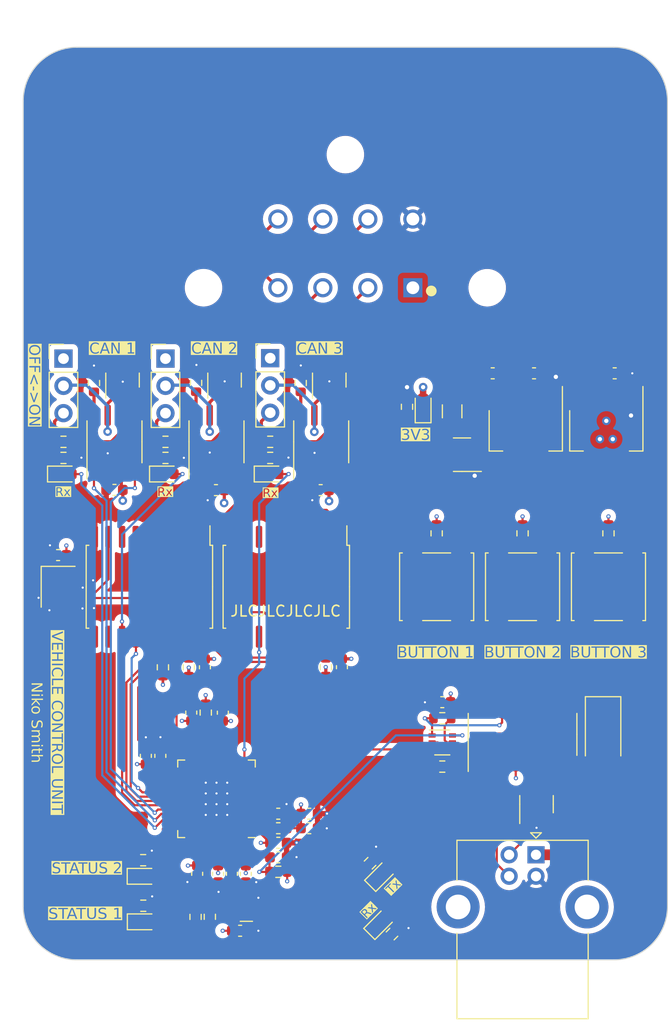
<source format=kicad_pcb>
(kicad_pcb (version 20221018) (generator pcbnew)
  (layers (0 "F.Cu" signal) (1 "In1.Cu" signal) (2 "In2.Cu" signal) (31 "B.Cu" signal) (34 "B.Paste" user) (35 "F.Paste" user) (36 "B.SilkS" user "B.Silkscreen") (37 "F.SilkS" user "F.Silkscreen") (38 "B.Mask" user) (39 "F.Mask" user) (44 "Edge.Cuts" user))
  (net 0 "")
  (net 1 "EN")
  (net 2 "GND")
  (net 3 "+3V3")
  (net 4 "+5V")
  (net 5 "Net-(Q2-S)")
  (net 6 "Net-(D1-A)")
  (net 7 "Net-(D2-K)")
  (net 8 "STATUS1_LED")
  (net 9 "CAN1-")
  (net 10 "CAN1+")
  (net 11 "CAN2-")
  (net 12 "CAN2+")
  (net 13 "CAN3-")
  (net 14 "CAN3+")
  (net 15 "Net-(D6-K)")
  (net 16 "CAN2_SPI_INT")
  (net 17 "Net-(D7-K)")
  (net 18 "CAN3_SPI_INT")
  (net 19 "Net-(D8-K)")
  (net 20 "CAN1_INT")
  (net 21 "Net-(D9-K)")
  (net 22 "STATUS2_LED")
  (net 23 "GLV+")
  (net 24 "Net-(Q2-D)")
  (net 25 "D-")
  (net 26 "D+")
  (net 28 "Net-(JP1-B)")
  (net 29 "Net-(JP2-B)")
  (net 30 "Net-(JP3-B)")
  (net 31 "RTS")
  (net 32 "Net-(Q1A-B1)")
  (net 33 "IO0")
  (net 34 "DTR")
  (net 35 "Net-(Q1B-B2)")
  (net 36 "Net-(U4-Rs)")
  (net 37 "Net-(U5-Rs)")
  (net 38 "Net-(U6-~{RESET})")
  (net 39 "Net-(U7-Rs)")
  (net 40 "Net-(U8-~{RESET})")
  (net 41 "Button 1")
  (net 42 "Button 2")
  (net 43 "Button 3")
  (net 44 "D- Out")
  (net 45 "D+ Out")
  (net 46 "MISO")
  (net 47 "MOSI")
  (net 48 "SCLK")
  (net 49 "CAN1_TX")
  (net 50 "CAN3_CS")
  (net 51 "CAN1_RX")
  (net 52 "CAN2_CS")
  (net 53 "TxD")
  (net 54 "RxD")
  (net 63 "CAN2_TX")
  (net 64 "CAN2_RX")
  (net 66 "CAN3_TX")
  (net 67 "CAN3_RX")
  (net 83 "VDD3P3")
  (net 85 "Net-(D10-K)")
  (net 89 "Net-(X1-OUT)")
  (net 90 "Net-(U2-XTAL_P)")
  (net 91 "Net-(D11-K)")
  (net 92 "Net-(D12-K)")
  (net 93 "Net-(U2-GPIO18{slash}ADC2_CH7{slash}DAC_2)")
  (net 94 "Net-(U2-U0TXD{slash}GPIO43)")
  (net 95 "Net-(U2-U0RXD{slash}GPIO44)")
  (net 118 "CAN_OSC_OUT")
  (footprint "Capacitor_SMD:C_0603_1608Metric" (layer "F.Cu") (at 175.08 85.37)
    (fp_text reference "C12" hide)
    (fp_text value "22u")
  )
  (footprint "Resistor_SMD:R_0603_1608Metric" (layer "F.Cu") (at 131.1825 134.95875 180)
    (fp_text reference "R1" hide)
    (fp_text value "3.3k")
  )
  (footprint "Inductor_SMD:L_0603_1608Metric" (layer "F.Cu") (at 143.75 127.74 180)
    (fp_text reference "FB1" hide)
    (fp_text value "0603")
  )
  (footprint "DTM_Header:ATM15-08" (layer "F.Cu") (at 150 74.2 180)
    (fp_text reference "J2" hide)
    (fp_text value "ATM13-08")
  )
  (footprint "Capacitor_SMD:C_0603_1608Metric" (layer "F.Cu") (at 123.25 102.3)
    (fp_text reference "C14" hide)
    (fp_text value "0.1uF")
  )
  (footprint "Oscillator:Oscillator_SMD_Abracon_ASDMB-4Pin_2.5x2.0mm" (layer "F.Cu") (at 140.21 135.06 90)
    (fp_text reference "X1" hide)
    (fp_text value "40MHz")
  )
  (footprint "Resistor_SMD:R_0603_1608Metric" (layer "F.Cu") (at 154.341696 137.599625 -135)
    (fp_text reference "R25" hide)
    (fp_text value "3.3k")
  )
  (footprint "Button_Switch_SMD:SW_SPST_B3S-1000" (layer "F.Cu") (at 158.5 105.25 -90)
    (fp_text reference "SW3" hide)
    (fp_text value "Button 1")
  )
  (footprint "Package_TO_SOT_SMD:SOT-363_SC-70-6" (layer "F.Cu") (at 159.025 119.75)
    (fp_text reference "Q1" hide)
    (fp_text value "BC847BS")
  )
  (footprint "Resistor_SMD:R_0603_1608Metric" (layer "F.Cu") (at 133.25 93.25 180)
    (fp_text reference "R6" hide)
    (fp_text value "3.3k")
  )
  (footprint "Package_SO:SOIC-18W_7.5x11.6mm_P1.27mm" (layer "F.Cu") (at 131.75 105.25 -90)
    (fp_text reference "U8" hide)
    (fp_text value "MCP2515-xSO")
  )
  (footprint "Package_SO:SOIC-8_3.9x4.9mm_P1.27mm" (layer "F.Cu") (at 138 91.75 90)
    (fp_text reference "U5" hide)
    (fp_text value "SN65HVD230")
  )
  (footprint "Resistor_SMD:R_0603_1608Metric" (layer "F.Cu") (at 148.18 112.74 -90)
    (fp_text reference "R9" hide)
    (fp_text value "10k")
  )
  (footprint "Capacitor_SMD:C_0603_1608Metric" (layer "F.Cu") (at 132.77 121 90)
    (fp_text reference "C2" hide)
    (fp_text value "0.1u")
  )
  (footprint "Resistor_SMD:R_0603_1608Metric" (layer "F.Cu") (at 159.025 117.5 180)
    (fp_text reference "R5" hide)
    (fp_text value "3k")
  )
  (footprint "Capacitor_SMD:C_0603_1608Metric" (layer "F.Cu") (at 138.15 131.985 -90)
    (fp_text reference "C17" hide)
    (fp_text value "100p")
  )
  (footprint "Package_SO:SOIC-8_3.9x4.9mm_P1.27mm" (layer "F.Cu") (at 128.5 91.75 90)
    (fp_text reference "U4" hide)
    (fp_text value "SN65HVD230")
  )
  (footprint "Capacitor_SMD:C_0603_1608Metric" (layer "F.Cu") (at 136.92 112.75 90)
    (fp_text reference "C9" hide)
    (fp_text value "0.1uF")
  )
  (footprint "Resistor_SMD:R_0603_1608Metric" (layer "F.Cu") (at 143.7575 131.8 180)
    (fp_text reference "R2" hide)
    (fp_text value "10k")
  )
  (footprint "Resistor_SMD:R_0603_1608Metric" (layer "F.Cu") (at 158.5 100.275 90)
    (fp_text reference "R19" hide)
    (fp_text value "10k")
  )
  (footprint "Resistor_SMD:R_0603_1608Metric" (layer "F.Cu") (at 136.05 136 90)
    (fp_text reference "R22" hide)
    (fp_text value "10k")
  )
  (footprint "LED_SMD:LED_0603_1608Metric" (layer "F.Cu") (at 133.25 94.75)
    (fp_text reference "D6" hide)
    (fp_text value "GREEN")
  )
  (footprint "LED_SMD:LED_0603_1608Metric" (layer "F.Cu") (at 123.75 94.75)
    (fp_text reference "D8" hide)
    (fp_text value "GREEN")
  )
  (footprint "Package_TO_SOT_SMD:SOT-23" (layer "F.Cu") (at 148.5 86 90)
    (fp_text reference "D5" hide)
    (fp_text value "SM712_SOT23")
  )
  (footprint "Package_SO:SOIC-16_3.9x9.9mm_P1.27mm" (layer "F.Cu") (at 166.5 119 90)
    (fp_text reference "U3" hide)
    (fp_text value "CH340C")
  )
  (footprint "Resistor_SMD:R_0603_1608Metric" (layer "F.Cu") (at 126.59 86.27 90)
    (fp_text reference "R3" hide)
    (fp_text value "10k")
  )
  (footprint "Package_TO_SOT_SMD:SOT-23-3" (layer "F.Cu") (at 160.8625 92.95 180)
    (fp_text reference "Q2" hide)
    (fp_text value "SSM3J328")
  )
  (footprint "Button_Switch_SMD:SW_SPST_B3S-1000" (layer "F.Cu") (at 166.5 105.25 -90)
    (fp_text reference "SW2" hide)
    (fp_text value "Button 1")
  )
  (footprint "Fuse:Fuse_1206_3216Metric" (layer "F.Cu") (at 159.9425 88.91 -90)
    (fp_text reference "F1" hide)
    (fp_text value "1A")
  )
  (footprint "Resistor_SMD:R_0603_1608Metric" (layer "F.Cu") (at 143 91.75)
    (fp_text reference "R11" hide)
    (fp_text value "120")
  )
  (footprint "Capacitor_SMD:C_0603_1608Metric" (layer "F.Cu") (at 140.2 137.29 180)
    (fp_text reference "C27" hide)
    (fp_text value "0.1uF")
  )
  (footprint "Capacitor_SMD:C_0603_1608Metric" (layer "F.Cu") (at 146.64 126.39)
    (fp_text reference "C25" hide)
    (fp_text value "1u")
  )
  (footprint "Resistor_SMD:R_0603_1608Metric" (layer "F.Cu") (at 155.74 88.49 -90)
    (fp_text reference "R20" hide)
    (fp_text value "3.3k")
  )
  (footprint "Resistor_SMD:R_0603_1608Metric" (layer "F.Cu") (at 137.38 135.99 -90)
    (fp_text reference "R23" hide)
    (fp_text value "10k")
  )
  (footprint "Oscillator:Oscillator_SMD_Abracon_ASE-4Pin_3.2x2.5mm" (layer "F.Cu") (at 123.25 105.25 -90)
    (fp_text reference "X3" hide)
    (fp_text value "8MHz")
  )
  (footprint "Resistor_SMD:R_0603_1608Metric" (layer "F.Cu") (at 145.84 86.27 90)
    (fp_text reference "R10" hide)
    (fp_text value "10k")
  )
  (footprint "Capacitor_SMD:C_0603_1608Metric" (layer "F.Cu") (at 146.64 127.74)
    (fp_text reference "C26" hide)
    (fp_text value "10u")
  )
  (footprint "Capacitor_SMD:C_0603_1608Metric" (layer "F.Cu") (at 131.42 121 90)
    (fp_text reference "C1" hide)
    (fp_text value "1uF")
  )
  (footprint "LED_SMD:LED_0603_1608Metric" (layer "F.Cu") (at 143 94.75)
    (fp_text reference "D7" hide)
    (fp_text value "GREEN")
  )
  (footprint "LED_SMD:LED_0603_1608Metric" (layer "F.Cu") (at 153.281036 136.538965 45)
    (fp_text reference "D12" hide)
    (fp_text value "GREEN")
  )
  (footprint "Package_TO_SOT_SMD:SOT-223-3_TabPin2" (layer "F.Cu") (at 174.3 90.7 -90)
    (fp_text reference "U9" hide)
    (fp_text value "AMS1117-3.3")
  )
  (footprint "Capacitor_SMD:C_0603_1608Metric" (layer "F.Cu") (at 137.95 96.25)
    (fp_text reference "C5" hide)
    (fp_text value "0.1uF")
  )
  (footprint "Package_TO_SOT_SMD:SOT-23-6" (layer "F.Cu") (at 167.8 125.5 90)
    (fp_text reference "U1" hide)
    (fp_text value "USBLC6-2SC6")
  )
  (footprint "Package_TO_SOT_SMD:SOT-223-3_TabPin2" (layer "F.Cu") (at 166.8 90.7 -90)
    (fp_text reference "U10" hide)
    (fp_text value "AMS1117-5")
  )
  (footprint "Capacitor_SMD:C_0603_1608Metric" (layer "F.Cu") (at 136.2 131.985 -90)
    (fp_text reference "C8" hide)
    (fp_text value "0.1u")
  )
  (footprint "Resistor_SMD:R_0603_1608Metric" (layer "F.Cu") (at 131.169776 130.718463 180)
    (fp_text reference "R16" hide)
    (fp_text value "3.3k")
  )
  (footprint "Resistor_SMD:R_0603_1608Metric" (layer "F.Cu") (at 123.75 91.75)
    (fp_text reference "R8" hide)
    (fp_text value "120")
  )
  (footprint "Diode_SMD:D_SMA" (layer "F.Cu") (at 174 119 -90)
    (fp_text reference "D1" hide)
    (fp_text value "SS34")
  )
  (footprint "Capacitor_SMD:C_0603_1608Metric" (layer "F.Cu") (at 163.72 85.37 180)
    (fp_text reference "C13" hide)
    (fp_text value "22u")
  )
  (footprint "Capacitor_SMD:C_0603_1608Metric" (layer "F.Cu") (at 139.435 131.985 90)
    (fp_text reference "C24" hide)
    (fp_text value "50p")
  )
  (footprint "LED_SMD:LED_0603_1608Metric" (layer "F.Cu") (at 131.169776 132.218463)
    (fp_text reference "D9" hide)
    (fp_text value "GREEN")
  )
  (footprint "Capacitor_SMD:C_0603_1608Metric" (layer "F.Cu") (at 149.68 112.74 90)
    (fp_text reference "C7" hide)
    (fp_text value "0.1uF")
  )
  (footprint "Package_TO_SOT_SMD:SOT-23" (layer "F.Cu") (at 138.75 86 90)
    (fp_text reference "D4" hide)
    (fp_text value "SM712_SOT23")
  )
  (footprint "Connector_PinHeader_2.54mm:PinHeader_1x03_P2.54mm_Vertical" (layer "F.Cu") (at 143 83.96)
    (fp_text reference "JP1" hide)
    (fp_text value "Jumper_2_Open")
  )
  (footprint "Capacitor_SMD:C_0603_1608Metric" (layer "F.Cu") (at 147.7 96.25)
    (fp_text reference "C10" hide)
    (fp_text value "0.1uF")
  )
  (footprint "Resistor_SMD:R_0603_1608Metric" (layer "F.Cu") (at 137 116.97 -90)
    (fp_text reference "R21" hide)
    (fp_text value "10k")
  )
  (footprint "Connector_USB:USB_B_Lumberg_2411_02_Horizontal" (layer "F.Cu") (at 167.75 130.2125 -90)
    (fp_text reference "J1" hide)
    (fp_text value "USB_B")
  )
  (footprint "Capacitor_SMD:C_0603_1608Metric" (layer "F.Cu") (at 159.025 116)
    (fp_text reference "C3" hide)
    (fp_text value "100n")
  )
  (footprint "Resistor_SMD:R_0603_1608Metric" (layer "F.Cu") (at 133.25 91.75)
    (fp_text reference "R12" hide)
    (fp_text value "120")
  )
  (footprint "Capacitor_SMD:C_0603_1608Metric" (layer "F.Cu") (at 143.7575 130.45)
    (fp_text reference "C28" hide)
    (fp_text value "1u")
  )
  (footprint "LED_SMD:LED_0603_1608Metric" (layer "F.Cu") (at 153.36066 132.06066 45)
    (fp_text reference "D11" hide)
    (fp_text value "GREEN")
  )
  (footprint "Resistor_SMD:R_0603_1608Metric" (layer "F.Cu") (at 136.1 86.26 90)
    (fp_text reference "R7" hide)
    (fp_text value "10k")
  )
  (footprint "LED_SMD:LED_0603_1608Metric" (layer "F.Cu") (at 157.24 88.49 90)
    (fp_text reference "D10" hide)
    (fp_text value "GREEN")
  )
  (footprint "Resistor_SMD:R_0603_1608Metric" (layer "F.Cu") (at 123.75 93.25 180)
    (fp_text reference "R15" hide)
    (fp_text value "3.3k")
  )
  (footprint "Resistor_SMD:R_0603_1608Metric" (layer "F.Cu") (at 166.5 100.275 90)
    (fp_text reference "R18" hide)
    (fp_text value "10k")
  )
  (footprint "Button_Switch_SMD:SW_SPST_B3S-1000" (layer "F.Cu") (at 174.5 105.25 -90)
    (fp_text reference "SW1" hide)
    (fp_text value "Button 1")
  )
  (footprint "Capacitor_SMD:C_0603_1608Metric" (layer "F.Cu") (at 138.59 116.98 90)
    (fp_text reference "C16" hide)
    (fp_text value "0.1u")
  )
  (footprint "Capacitor_SMD:C_0603_1608Metric" (layer "F.Cu") (at 140.73 131.99 -90)
    (fp_text reference "C18" hide)
    (fp_text value "1uF")
  )
  (footprint "Resistor_SMD:R_0603_1608Metric" (layer "F.Cu") (at 135.42 112.75 -90)
    (fp_text reference "R13" hide)
    (fp_text value "10k")
  )
  (footprint "Package_SO:SOIC-8_3.9x4.9mm_P1.27mm" (layer "F.Cu") (at 147.75 91.75 90)
    (fp_text reference "U7" hide)
    (fp_text value "SN65HVD230")
  )
  (footprint "Capacitor_SMD:C_0603_1608Metric" (layer "F.Cu") (at 167.57 85.37)
    (fp_text reference "C11" hide)
    (fp_text value "22u")
  )
  (footprint "Connector_PinHeader_2.54mm:PinHeader_1x03_P2.54mm_Vertical" (layer "F.Cu") (at 123.75 84)
    (fp_text reference "JP3" hide)
    (fp_text value "Jumper_2_Open")
  )
  (footprint "Capacitor_SMD:C_0603_1608Metric" (layer "F.Cu") (at 143.75 126.39)
    (fp_text reference "C23" hide)
    (fp_text value "0.1u")
  )
  (footprint "LED_SMD:LED_0603_1608Metric" (layer "F.Cu") (at 131.1825 136.45875)
    (fp_text reference "D2" hide)
    (fp_text value "GREEN")
  )
  (footprint "Resistor_SMD:R_0603_1608Metric" (layer "F.Cu") (at 174.5 100.275 90)
    (fp_text reference "R17" hide)
    (fp_text value "10k")
  )
  (footprint "Resistor_SMD:R_0603_1608Metric" (layer "F.Cu") (at 143 93.25 180)
    (fp_text reference "R14" hide)
    (fp_text value "3.3k")
  )
  (footprint "Package_DFN_QFN:QFN-56-1EP_7x7mm_P0.4mm_EP5.6x5.6mm" (layer "F.Cu") (at 138 125 180)
    (fp_text reference "U2" hide)
    (fp_text value "ESP32-S2")
  )
  (footprint "Connector_PinHeader_2.54mm:PinHeader_1x03_P2.54mm_Vertical" (layer "F.Cu") (at 133.25 84)
    (fp_text reference "JP2" hide)
    (fp_text value "Jumper_2_Open")
  )
  (footprint "Capacitor_SMD:C_0603_1608Metric" (layer "F.Cu") (at 135.65 116.97 90)
    (fp_text reference "C15" hide)
    (fp_text value "0.1u")
  )
  (footprint "Resistor_SMD:R_0603_1608Metric" (layer "F.Cu") (at 152.3 131 -135)
    (fp_text reference "R24" hide)
    (fp_text value "3.3k")
  )
  (footprint "Resistor_SMD:R_0603_1608Metric" (layer "F.Cu") (at 133.01 112.75 90)
    (fp_text reference "R26" hide)
    (fp_text value "4k7")
  )
  (footprint "Capacitor_SMD:C_0603_1608Metric" (layer "F.Cu") (at 143.7525 129.1)
    (fp_text reference "C6" hide)
    (fp_text value "0.1u")
  )
  (footprint "Package_SO:SOIC-18W_7.5x11.6mm_P1.27mm" (layer "F.Cu") (at 144.5 105.25 -90)
    (fp_text reference "U6" hide)
    (fp_text value "MCP2515-xSO")
  )
  (footprint "Package_TO_SOT_SMD:SOT-23" (layer "F.Cu") (at 129.25 86 90)
    (fp_text reference "D3" hide)
    (fp_text value "SM712_SOT23")
  )
  (footprint "Resistor_SMD:R_0603_1608Metric" (layer "F.Cu") (at 159.025 122)
    (fp_text reference "R4" hide)
    (fp_text value "10k")
  )
  (footprint "Capacitor_SMD:C_0603_1608Metric" (layer "F.Cu") (at 128.5 96.23)
    (fp_text reference "C4" hide)
    (fp_text value "0.1uF")
  )
  (gr_line (start 175 140) (end 125 140) (stroke (width 0.1)) (layer "Edge.Cuts"))
  (gr_arc (start 125 140) (mid 121.464466 138.535534) (end 120 135) (stroke (width 0.1)) (layer "Edge.Cuts"))
  (gr_line (start 180 60) (end 180 135) (stroke (width 0.1)) (layer "Edge.Cuts"))
  (gr_line (start 120 135) (end 120 60) (stroke (width 0.1)) (layer "Edge.Cuts"))
  (gr_arc (start 180 135) (mid 178.535534 138.535534) (end 175 140) (stroke (width 0.1)) (layer "Edge.Cuts"))
  (gr_arc (start 120 60) (mid 121.464466 56.464466) (end 125 55) (stroke (width 0.1)) (layer "Edge.Cuts"))
  (gr_line (start 125 55) (end 175 55) (stroke (width 0.1)) (layer "Edge.Cuts"))
  (gr_arc (start 175 55) (mid 178.535534 56.464466) (end 180 60) (stroke (width 0.1)) (layer "Edge.Cuts"))
  (gr_text "STATUS 2" (at 129.232276 132.108463) (layer "F.SilkS" knockout) (effects (font (size 1 1)) (justify right bottom)))
  (gr_text "Niko Smith" (at 120.61 117.89 -90) (layer "F.SilkS") (effects (font (size 1 1)) (justify bottom)))
  (gr_text "Rx" (at 133.2 96) (layer "F.SilkS" knockout) (effects (font (size 0.8 0.8) (thickness 0.15) italic) (justify top)))
  (gr_text "Rx" (at 143 96.1) (layer "F.SilkS" knockout) (effects (font (size 0.8 0.8) (thickness 0.15) italic) (justify top)))
  (gr_text "BUTTON 2" (at 166.5 112) (layer "F.SilkS" knockout) (effects (font (size 1 1)) (justify bottom)))
  (gr_text "Rx" (at 151.866823 135.124752 45) (layer "F.SilkS" knockout) (effects (font (size 0.8 0.8) (thickness 0.15) italic) (justify top)))
  (gr_text "CAN 1" (at 128.3 83.7) (layer "F.SilkS" knockout) (effects (font (size 1 1)) (justify bottom)))
  (gr_text "JLCJLCJLCJLC" (at 139.2 108.1) (layer "F.SilkS") (effects (font (size 1 1)) (justify left bottom)))
  (gr_text "VEHICLE CONTROL UNIT" (at 122.51 117.89 -90) (layer "F.SilkS" knockout) (effects (font (size 1 1)) (justify bottom)))
  (gr_text "3V3" (at 156.54 91.74) (layer "F.SilkS" knockout) (effects (font (size 1 1)) (justify bottom)))
  (gr_text "BUTTON 1" (at 158.4 112) (layer "F.SilkS" knockout) (effects (font (size 1 1)) (justify bottom)))
  (gr_text "STATUS 1\n" (at 129.245 136.34875) (layer "F.SilkS" knockout) (effects (font (size 1 1.05)) (justify right bottom)))
  (gr_text "Rx" (at 123.7 96) (layer "F.SilkS" knockout) (effects (font (size 0.8 0.8) (thickness 0.15) italic) (justify top)))
  (gr_text "BUTTON 3" (at 174.5 112) (layer "F.SilkS" knockout) (effects (font (size 1 1)) (justify bottom)))
  (gr_text "CAN 2" (at 137.8 83.7) (layer "F.SilkS" knockout) (effects (font (size 1 1) (thickness 0.125)) (justify bottom)))
  (gr_text "CAN 3" (at 147.6 83.7) (layer "F.SilkS" knockout) (effects (font (size 1 1)) (justify bottom)))
  (gr_text "OFF<->ON\n" (at 120.4 86.5 -90) (layer "F.SilkS" knockout) (effects (font (size 1 1)) (justify bottom)))
  (gr_text "Tx" (at 154.180904 132.880904 45) (layer "F.SilkS" knockout) (effects (font (size 0.8 0.8) (thickness 0.15) italic) (justify top)))
  (segment (start 140.6 129.1) (end 141.95 130.45) (width 0.2) (layer "F.Cu") (net 1))
  (segment (start 159.975 119.1) (end 160.88 119.1) (width 0.2) (layer "F.Cu") (net 1))
  (segment (start 142.9225 131.81) (end 142.9325 131.8) (width 0.2) (layer "F.Cu") (net 1))
  (segment (start 141.99 131.81) (end 142.9225 131.81) (width 0.2) (layer "F.Cu") (net 1))
  (segment (start 160.88 119.1) (end 160.89 119.09) (width 0.2) (layer "F.Cu") (net 1))
  (segment (start 141.95 130.45) (end 142.9825 130.45) (width 0.2) (layer "F.Cu") (net 1))
  (segment (start 142.9325 131.8) (end 142.9325 130.5) (width 0.2) (layer "F.Cu") (net 1))
  (segment (start 140.6 128.4375) (end 140.6 129.1) (width 0.2) (layer "F.Cu") (net 1))
  (via (at 160.89 119.09) (size 0.4) (drill 0.2) (layers "F.Cu" "B.Cu") (net 1))
  (via (at 141.99 131.81) (size 0.4) (drill 0.2) (layers "F.Cu" "B.Cu") (net 1))
  (segment (start 160.89 119.09) (end 154.71 119.09) (width 0.2) (layer "B.Cu") (net 1))
  (segment (start 154.71 119.09) (end 141.99 131.81) (width 0.2) (layer "B.Cu") (net 1))
  (segment (start 167.8 126.6375) (end 167.8 127.7) (width 0.2) (layer "F.Cu") (net 2))
  (via (at 145.46 129.09) (size 0.4) (drill 0.2) (layers "F.Cu" "B.Cu") (net 2))
  (via (at 146.92 97.19) (size 0.4) (drill 0.2) (layers "F.Cu" "B.Cu") (net 2))
  (via (at 145.45 130.43) (size 0.4) (drill 0.2) (layers "F.Cu" "B.Cu") (net 2))
  (via (at 144.7 93.22) (size 0.4) (drill 0.2) (layers "F.Cu" "B.Cu") (net 2))
  (via (at 137 124.5) (size 0.4) (drill 0.2) (layers "F.Cu" "B.Cu") (net 2))
  (via (at 145.85 84.64) (size 0.4) (drill 0.2) (layers "F.Cu" "B.Cu") (net 2))
  (via (at 139 124.5) (size 0.4) (drill 0.2) (layers "F.Cu" "B.Cu") (net 2))
  (via (at 167.8 127.7) (size 0.4) (drill 0.2) (layers "F.Cu" "B.Cu") (net 2))
  (via (at 141.7 132.76) (size 0.4) (drill 0.2) (layers "F.Cu" "B.Cu") (net 2))
  (via (at 131.42 119.27) (size 0.4) (drill 0.2) (layers "F.Cu" "B.Cu") (net 2))
  (via (at 138.19 133.67) (size 0.4) (drill 0.2) (layers "F.Cu" "B.Cu") (net 2))
  (via (at 148.29 126.38) (size 0.4) (drill 0.2) (layers "F.Cu" "B.Cu") (net 2))
  (via (at 137.37 92.75) (size 0.4) (drill 0.2) (layers "F.Cu" "B.Cu") (net 2))
  (via (at 132.01 134.09) (size 0.4) (drill 0.2) (layers "F.Cu" "B.Cu") (net 2))
  (via (at 176.72 85.37) (size 0.4) (drill 0.2) (layers "F.Cu" "B.Cu") (net 2))
  (via (at 137 125.5) (size 0.4) (drill 0.2) (layers "F.Cu" "B.Cu") (net 2))
  (via (at 138 126.5) (size 0.4) (drill 0.2) (layers "F.Cu" "B.Cu") (net 2))
  (via (at 132.78 119.26) (size 0.4) (drill 0.2) (layers "F.Cu" "B.Cu") (net 2))
  (via (at 157.41 116.01) (size 0.4) (drill 0.2) (layers "F.Cu" "B.Cu") (net 2))
  (via (at 137 126.5) (size 0.4) (drill 0.2) (layers "F.Cu" "B.Cu") (net 2))
  (via (at 125.52 107.27) (size 0.4) (drill 0.2) (layers "F.Cu" "B.Cu") (net 2))
  (via (at 144.52 125.49) (size 0.4) (drill 0.2) (layers "F.Cu" "B.Cu") (net 2))
  (via (at 122.49 101.39) (size 0.4) (drill 0.2) (layers "F.Cu" "B.Cu") (net 2))
  (via (at 139 123.5) (size 0.4) (drill 0.2) (layers "F.Cu" "B.Cu") (net 2))
  (via (at 147.13 92.78) (size 0.4) (drill 0.2) (layers "F.Cu" "B.Cu") (net 2))
  (via (at 129.27 86.15) (size 0.4) (drill 0.2) (layers "F.Cu" "B.Cu") (net 2))
  (via (at 127.87 92.82) (size 0.4) (drill 0.2) (layers "F.Cu" "B.Cu") (net 2))
  (via (at 126.59 84.65) (size 0.4) (drill 0.2) (layers "F.Cu" "B.Cu") (net 2))
  (via (at 162.0425 94.91) (size 0.8) (drill 0.4) (layers "F.Cu" "B.Cu") (net 2))
  (via (at 125.54 105.33) (size 0.4) (drill 0.2) (layers "F.Cu" "B.Cu") (net 2))
  (via (at 155.88 137.04) (size 0.4) (drill 0.2) (layers "F.Cu" "B.Cu") (net 2))
  (via (at 152.86 129.46) (size 0.4) (drill 0.2) (layers "F.Cu" "B.Cu") (net 2))
  (via (at 121.43 106.28) (size 0.4) (drill 0.2) (layers "F.Cu" "B.Cu") (net 2))
  (via (at 126.59 107.24) (size 0.4) (drill 0.2) (layers "F.Cu" "B.Cu") (net 2))
  (via (at 155.74 86.66) (size 0.8) (drill 0.4) (layers "F.Cu" "B.Cu") (net 2))
  (via (at 169.6 85.7) (size 0.8) (drill 0.4) (layers "F.Cu" "B.Cu") (net 2))
  (via (at 138 123.5) (size 0.4) (drill 0.2) (layers "F.Cu" "B.Cu") (net 2))
  (via (at 148.51 86.12) (size 0.4) (drill 0.2) (layers "F.Cu" "B.Cu") (net 2))
  (via (at 139 126.5) (size 0.4) (drill 0.2) (layers "F.Cu" "B.Cu") (net 2))
  (via (at 137.18 97.19) (size 0.4) (drill 0.2) (layers "F.Cu" "B.Cu") (net 2))
  (via (at 131.977276 129.829713) (size 0.4) (drill 0.2) (layers "F.Cu" "B.Cu") (net 2))
  (via (at 125.42 93.23) (size 0.4) (drill 0.2) (layers "F.Cu" "B.Cu") (net 2))
  (via (at 176.6 89.3) (size 0.8) (drill 0.4) (layers "F.Cu" "B.Cu") (net 2))
  (via (at 135.29 132.75) (size 0.4) (drill 0.2) (layers "F.Cu" "B.Cu") (net 2))
  (via (at 137 123.5) (size 0.4) (drill 0.2) (layers "F.Cu" "B.Cu") (net 2))
  (via (at 126.51 104.65) (size 0.4) (drill 0.2) (layers "F.Cu" "B.Cu") (net 2))
  (via (at 139 125.5) (size 0.4) (drill 0.2) (layers "F.Cu" "B.Cu") (net 2))
  (via (at 138.76 86.12) (size 0.4) (drill 0.2) (layers "F.Cu" "B.Cu") (net 2))
  (via (at 141.9 134.22) (size 0.4) (drill 0.2) (layers "F.Cu" "B.Cu") (net 2))
  (via (at 134.96 93.24) (size 0.4) (drill 0.2) (layers "F.Cu" "B.Cu") (net 2))
  (via (at 138 124.5) (size 0.4) (drill 0.2) (layers "F.Cu" "B.Cu") (net 2))
  (via (at 136.13 84.59) (size 0.4) (drill 0.2) (layers "F.Cu" "B.Cu") (net 2))
  (via (at 141.9 137.29) (size 0.4) (drill 0.2) (layers "F.Cu" "B.Cu") (net 2))
  (via (at 148.27 127.75) (size 0.4) (drill 0.2) (layers "F.Cu" "B.Cu") (net 2))
  (via (at 138 125.5) (size 0.4) (drill 0.2) (layers "F.Cu" "B.Cu") (net 2))
  (via (at 122.44 107.44) (size 0.4) (drill 0.2) (layers "F.Cu" "B.Cu") (net 2))
  (segment (start 148.18 112.74) (end 148.17 112.73) (width 0.3) (layer "F.Cu") (net 3))
  (segment (start 142.21 127.82) (end 142.21 128.3325) (width 0.2) (layer "F.Cu") (net 3))
  (segment (start 137 115.35) (end 136.99 115.34) (width 0.2) (layer "F.Cu") (net 3))
  (segment (start 124.075 102.35) (end 124.025 102.3) (width 0.2) (layer "F.Cu") (net 3))
  (segment (start 159.8 116) (end 159.8 115.2095) (width 0.2) (layer "F.Cu") (net 3))
  (segment (start 159.8 116) (end 160.49 116) (width 0.2) (layer "F.Cu") (net 3))
  (segment (start 148.18 113.565) (end 148.18 112.74) (width 0.3) (layer "F.Cu") (net 3))
  (segment (start 138.725 97.435) (end 138.725 96.25) (width 0.3) (layer "F.Cu") (net 3))
  (segment (start 130.6 121.77) (end 130.605 121.775) (width 0.2) (layer "F.Cu") (net 3))
  (segment (start 148.475 96.25) (end 148.475 97.265) (width 0.3) (layer "F.Cu") (net 3))
  (segment (start 138.15 130.5) (end 138.15 131.215) (width 0.2) (layer "F.Cu") (net 3))
  (segment (start 138.635 94.225) (end 138.635 96.16) (width 0.3) (layer "F.Cu") (net 3))
  (segment (start 130.605 121.775) (end 131.42 121.775) (width 0.2) (layer "F.Cu") (net 3))
  (segment (start 136.2 131.21) (end 135.35 131.21) (width 0.2) (layer "F.Cu") (net 3))
  (segment (start 174.5 99.45) (end 174.5 98.7) (width 0.2) (layer "F.Cu") (net 3))
  (segment (start 141.4375 127.6) (end 141.99 127.6) (width 0.2) (layer "F.Cu") (net 3))
  (segment (start 134.785 117.745) (end 134.78 117.74) (width 0.2) (layer "F.Cu") (net 3))
  (segment (start 137.765 111.975) (end 137.77 111.97) (width 0.3) (layer "F.Cu") (net 3))
  (segment (start 165.865 123.065) (end 165.88 123.08) (width 0.2) (layer "F.Cu") (net 3))
  (segment (start 136.83 109.9) (end 136.83 111.885) (width 0.3) (layer "F.Cu") (net 3))
  (segment (start 166.5 99.45) (end 166.5 98.7) (width 0.2) (layer "F.Cu") (net 3))
  (segment (start 142.21 128.3325) (end 142.9775 129.1) (width 0.2) (layer "F.Cu") (net 3))
  (segment (start 132.77 122.39) (end 132.77 121.775) (width 0.2) (layer "F.Cu") (net 3))
  (segment (start 138.6 130.05) (end 138.15 130.5) (width 0.2) (layer "F.Cu") (net 3))
  (segment (start 129.275 96.23) (end 129.275 97.225) (width 0.3) (layer "F.Cu") (net 3))
  (segment (start 139.335 117.755) (end 139.34 117.75) (width 0.2) (layer "F.Cu") (net 3))
  (segment (start 124.025 102.3) (end 124.025 101.415) (width 0.2) (layer "F.Cu") (net 3))
  (segment (start 145.865 127.74) (end 144.5375 127.74) (width 0.2) (layer "F.Cu") (net 3))
  (segment (start 135.65 117.745) (end 134.785 117.745) (width 0.2) (layer "F.Cu") (net 3))
  (segment (start 124.075 104.2) (end 124.075 102.35) (width 0.2) (layer "F.Cu") (net 3))
  (segment (start 137 116.145) (end 137 115.35) (width 0.2) (layer "F.Cu") (net 3))
  (segment (start 124.025 101.415) (end 124.02 101.41) (width 0.2) (layer "F.Cu") (net 3))
  (segment (start 135.42 113.575) (end 135.42 112.78) (width 0.3) (layer "F.Cu") (net 3))
  (segment (start 133.18 122.8) (end 132.77 122.39) (width 0.2) (layer "F.Cu") (net 3))
  (segment (start 145.865 126.39) (end 145.865 125.535) (width 0.2) (layer "F.Cu") (net 3))
  (segment (start 136.92 111.975) (end 137.765 111.975) (width 0.3) (layer "F.Cu") (net 3))
  (segment (start 138.6 128.4375) (end 138.6 130.05) (width 0.2) (layer "F.Cu") (net 3))
  (segment (start 139.8 128.4375) (end 139.8 129.86) (width 0.2) (layer "F.Cu") (net 3))
  (segment (start 132.77 121.775) (end 131.42 121.775) (width 0.2) (layer "F.Cu") (net 3))
  (segment (start 135.8 121.5625) (end 135.8 117.895) (width 0.2) (layer "F.Cu") (net 3))
  (segment (start 139.8 129.86) (end 140.73 130.79) (width 0.2) (layer "F.Cu") (net 3))
  (segment (start 139.435 135.885) (end 139.435 137.28) (width 0.2) (layer "F.Cu") (net 3))
  (segment (start 145.865 125.535) (end 145.87 125.53) (width 0.2) (layer "F.Cu") (net 3))
  (segment (start 140.73 130.79) (end 140.73 131.215) (width 0.2) (layer "F.Cu") (net 3))
  (segment (start 138.6 121.5625) (end 138.6 117.765) (width 0.2) (layer "F.Cu") (net 3))
  (segment (start 157.24 87.7025) (end 157.24 86.66) (width 0.6) (layer "F.Cu") (net 3))
  (segment (start 144.5825 131.8) (end 144.5825 132.6775) (width 0.2) (layer "F.Cu") (net 3))
  (segment (start 150.545 111.965) (end 150.55 111.96) (width 0.3) (layer "F.Cu") (net 3))
  (segment (start 138.71 97.45) (end 138.725 97.435) (width 0.3) (layer "F.Cu") (net 3))
  (segment (start 136.2 128.4375) (end 136.2 131.21) (width 0.2) (layer "F.Cu") (net 3))
  (segment (start 149.58 109.9) (end 149.58 111.865) (width 0.3) (layer "F.Cu") (net 3))
  (segment (start 161.015 116.525) (end 162.055 116.525) (width 0.2) (layer "F.Cu") (net 3))
  (segment (start 134.5625 122.8) (end 133.18 122.8) (width 0.2) (layer "F.Cu") (net 3))
  (segment (start 141.99 127.6) (end 142.21 127.82) (width 0.2) (layer "F.Cu") (net 3))
  (segment (start 160.49 116) (end 161.015 116.525) (width 0.2) (layer "F.Cu") (net 3))
  (segment (start 145.865 126.39) (end 145.865 127.74) (width 0.2) (layer "F.Cu") (net 3))
  (segment (start 139.425 137.29) (end 138.58 137.29) (width 0.2) (layer "F.Cu") (net 3))
  (segment (start 140.73 131.215) (end 140.73 131.9155) (width 0.2) (layer "F.Cu") (net 3))
  (segment (start 142.9775 129.1) (end 142.13 129.1) (width 0.2) (layer "F.Cu") (net 3))
  (segment (start 158.5 99.45) (end 158.5 98.7) (width 0.2) (layer "F.Cu") (net 3))
  (segment (start 165.865 121.475) (end 165.865 123.065) (width 0.2) (layer "F.Cu") (net 3))
  (segment (start 138.59 117.755) (end 139.335 117.755) (width 0.2) (layer "F.Cu") (net 3))
  (segment (start 133.01 113.575) (end 133.01 114.38) (width 0.25) (layer "F.Cu") (net 3))
  (segment (start 129.275 97.225) (end 129.27 97.23) (width 0.3) (layer "F.Cu") (net 3))
  (segment (start 159.8 115.2095) (end 159.81 115.1995) (width 0.2) (layer "F.Cu") (net 3))
  (segment (start 148.385 94.225) (end 148.385 96.16) (width 0.3) (layer "F.Cu") (net 3))
  (segment (start 135.35 131.21) (end 135.34 131.22) (width 0.2) (layer "F.Cu") (net 3))
  (segment (start 148.475 97.265) (end 148.48 97.27) (width 0.3) (layer "F.Cu") (net 3))
  (segment (start 144.5825 132.6775) (end 144.58 132.68) (width 0.2) (layer "F.Cu") (net 3))
  (segment (start 138.15 131.21) (end 138.15 131.9105) (width 0.2) (layer "F.Cu") (net 3))
  (segment (start 129.135 94.225) (end 129.135 96.09) (width 0.3) (layer "F.Cu") (net 3))
  (segment (start 149.68 111.965) (end 150.545 111.965) (width 0.3) (layer "F.Cu") (net 3))
  (via (at 139.34 117.75) (size 0.4) (drill 0.2) (layers "F.Cu" "B.Cu") (net 3))
  (via (at 174.5 98.7) (size 0.4) (drill 0.2) (layers "F.Cu" "B.Cu") (net 3))
  (via (at 133.01 114.38) (size 0.4) (drill 0.2) (layers "F.Cu" "B.Cu") (net 3))
  (via (at 136.99 115.34) (size 0.4) (drill 0.2) (layers "F.Cu" "B.Cu") (net 3))
  (via (at 150.55 111.96) (size 0.4) (drill 0.2) (layers "F.Cu" "B.Cu") (net 3))
  (via (at 159.81 115.1995) (size 0.4) (drill 0.2) (layers "F.Cu" "B.Cu") (net 3))
  (via (at 124.02 101.41) (size 0.4) (drill 0.2) (layers "F.Cu" "B.Cu") (net 3))
  (via (at 129.27 97.23) (size 0.8) (drill 0.4) (layers "F.Cu" "B.Cu") (net 3))
  (via (at 135.34 131.22) (size 0.4) (drill 0.2) (layers "F.Cu" "B.Cu") (net 3))
  (via (at 173.7 91.5) (size 0.8) (drill 0.4) (layers "F.Cu" "B.Cu") (net 3))
  (via (at 137.77 111.97) (size 0.4) (drill 0.2) (layers "F.Cu" "B.Cu") (net 3))
  (via (at 135.42 112.78) (size 0.4) (drill 0.2) (layers "F.Cu" "B.Cu") (net 3))
  (via (at 165.88 123.08) (size 0.4) (drill 0.2) (layers "F.Cu" "B.Cu") (net 3))
  (via (at 148.17 112.73) (size 0.4) (drill 0.2) (layers "F.Cu" "B.Cu") (net 3))
  (via (at 138.58 137.29) (size 0.4) (drill 0.2) (layers "F.Cu" "B.Cu") (net 3))
  (via (at 174.3 89.8) (size 0.8) (drill 0.4) (layers "F.Cu" "B.Cu") (net 3))
  (via (at 142.13 129.1) (size 0.4) (drill 0.2) (layers "F.Cu" "B.Cu") (net 3))
  (via (at 134.78 117.74) (size 0.4) (drill 0.2) (layers "F.Cu" "B.Cu") (net 3))
  (via (at 158.5 98.7) (size 0.4) (drill 0.2) (layers "F.Cu" "B.Cu") (net 3))
  (via (at 148.48 97.27) (size 0.8) (drill 0.4) (layers "F.Cu" "B.Cu") (net 3))
  (via (at 166.5 98.7) (size 0.4) (drill 0.2) (layers "F.Cu" "B.Cu") (net 3))
  (via (at 144.58 132.68) (size 0.4) (drill 0.2) (layers "F.Cu" "B.Cu") (net 3))
  (via (at 145.87 125.53) (size 0.4) (drill 0.2) (layers "F.Cu" "B.Cu") (net 3))
  (via (at 130.6 121.77) (size 0.4) (drill 0.2) (layers "F.Cu" "B.Cu") (net 3))
  (via (at 138.15 131.9105) (size 0.4) (drill 0.2) (layers "F.Cu" "B.Cu") (net 3))
  (via (at 174.9 91.5) (size 0.8) (drill 0.4) (layers "F.Cu" "B.Cu") (net 3))
  (via (at 138.71 97.45) (size 0.8) (drill 0.4) (layers "F.Cu" "B.Cu") (net 3))
  (via (at 157.24 86.66) (size 0.8) (drill 0.4) (layers "F.Cu" "B.Cu") (net 3))
  (via (at 140.73 131.9155) (size 0.4) (drill 0.2) (layers "F.Cu" "B.Cu") (net 3))
  (segment (start 167.5 96.5) (end 166.8 95.8) (width 1) (layer "F.Cu") (net 4))
  (segment (start 166.8 95.8) (end 166.8 93.85) (width 1) (layer "F.Cu") (net 4))
  (segment (start 178.8 99.5) (end 175.8 96.5) (width 1) (layer "F.Cu") (net 4))
  (segment (start 176.9 117) (end 178.8 115.1) (width 1) (layer "F.Cu") (net 4))
  (segment (start 175.8 96.5) (end 167.5 96.5) (width 1) (layer "F.Cu") (net 4))
  (segment (start 174 117) (end 176.9 117) (width 1) (layer "F.Cu") (net 4))
  (segment (start 178.8 115.1) (end 178.8 99.5) (width 1) (layer "F.Cu") (net 4))
  (segment (start 164.495 85.37) (end 164.495 87.545) (width 0.6) (layer "F.Cu") (net 5))
  (segment (start 170.1475 130.2125) (end 167.75 130.2125) (width 1) (layer "F.Cu") (net 6))
  (segment (start 174 121) (end 174 126.36) (width 1) (layer "F.Cu") (net 6))
  (segment (start 174 126.36) (end 170.1475 130.2125) (width 1) (layer "F.Cu") (net 6))
  (segment (start 130.395 136.45875) (end 130.395 134.99625) (width 0.3) (layer "F.Cu") (net 7))
  (segment (start 133.4 127.965686) (end 133.4 136) (width 0.2) (layer "F.Cu") (net 8))
  (segment (start 133.4 136) (end 132.94125 136.45875) (width 0.2) (layer "F.Cu") (net 8))
  (segment (start 134.5625 127.6) (end 133.765686 127.6) (width 0.2) (layer "F.Cu") (net 8))
  (segment (start 132.94125 136.45875) (end 131.97 136.45875) (width 0.2) (layer "F.Cu") (net 8))
  (segment (start 133.765686 127.6) (end 133.4 127.965686) (width 0.2) (layer "F.Cu") (net 8))
  (segment (start 130.2 86.9375) (end 130.2 80.42) (width 0.3) (layer "F.Cu") (net 9))
  (segment (start 129.41 87.98) (end 129.17 88.22) (width 0.3) (layer "F.Cu") (net 9))
  (segment (start 129.17 88.22) (end 129.17 89.24) (width 0.3) (layer "F.Cu") (net 9))
  (segment (start 130.2 87.78) (end 130 87.98) (width 0.3) (layer "F.Cu") (net 9))
  (segment (start 130.2 86.9375) (end 130.2 87.78) (width 0.3) (layer "F.Cu") (net 9))
  (segment (start 135.6 75.02) (end 141.335 75.02) (width 0.3) (layer "F.Cu") (net 9))
  (segment (start 130.2 80.42) (end 135.6 75.02) (width 0.3) (layer "F.Cu") (net 9))
  (segment (start 129.135 90.805) (end 128.19 91.75) (width 0.3) (layer "F.Cu") (net 9))
  (segment (start 130 87.98) (end 129.41 87.98) (width 0.3) (layer "F.Cu") (net 9))
  (segment (start 141.335 75.02) (end 143.715 77.4) (width 0.3) (layer "F.Cu") (net 9))
  (segment (start 128.19 91.75) (end 124.575 91.75) (width 0.3) (layer "F.Cu") (net 9))
  (segment (start 129.135 89.275) (end 129.135 90.805) (width 0.3) (layer "F.Cu") (net 9))
  (segment (start 127.865 88.185) (end 127.865 89.275) (width 0.3) (layer "F.Cu") (net 10))
  (segment (start 141.445 73.27) (end 143.715 71) (width 0.3) (layer "F.Cu") (net 10))
  (segment (start 127.865 89.275) (end 127.865 90.795) (width 0.3) (layer "F.Cu") (net 10))
  (segment (start 128.3 79.72) (end 134.75 73.27) (width 0.3) (layer "F.Cu") (net 10))
  (segment (start 128.3 87.75) (end 127.865 88.185) (width 0.3) (layer "F.Cu") (net 10))
  (segment (start 128.3 86.9375) (end 128.3 79.72) (width 0.3) (layer "F.Cu") (net 10))
  (segment (start 128.3 86.9375) (end 128.3 87.75) (width 0.3) (layer "F.Cu") (net 10))
  (segment (start 127.865 90.795) (end 127.86 90.8) (width 0.3) (layer "F.Cu") (net 10))
  (segment (start 134.75 73.27) (end 141.445 73.27) (width 0.3) (layer "F.Cu") (net 10))
  (via (at 127.86 90.8) (size 0.8) (drill 0.4) (layers "F.Cu" "B.Cu") (net 10))
  (segment (start 125.915 86.475) (end 123.75 86.475) (width 0.3) (layer "B.Cu") (net 10))
  (segment (start 127.86 90.8) (end 127.86 88.42) (width 0.3) (layer "B.Cu") (net 10))
  (segment (start 127.86 88.42) (end 125.915 86.475) (width 0.3) (layer "B.Cu") (net 10))
  (segment (start 139.7 86.9375) (end 139.7 83.27) (width 0.3) (layer "F.Cu") (net 11))
  (segment (start 139.7 83.27) (end 141.47 81.5) (width 0.3) (layer "F.Cu") (net 11))
  (segment (start 141.47 81.5) (end 143.805 81.5) (width 0.3) (layer "F.Cu") (net 11))
  (segment (start 139.7 86.9375) (end 139.7 87.8) (width 0.3) (layer "F.Cu") (net 11))
  (segment (start 139.7 87.8) (end 139.51 87.99) (width 0.3) (layer "F.Cu") (net 11))
  (segment (start 138.635 90.685) (end 137.57 91.75) (width 0.3) (layer "F.Cu") (net 11))
  (segment (start 138.84 87.99) (end 138.635 88.195) (width 0.3) (layer "F.Cu") (net 11))
  (segment (start 138.635 89.275) (end 138.635 90.685) (width 0.3) (layer "F.Cu") (net 11))
  (segment (start 139.51 87.99) (end 138.84 87.99) (width 0.3) (layer "F.Cu") (net 11))
  (segment (start 143.805 81.5) (end 147.905 77.4) (width 0.3) (layer "F.Cu") (net 11))
  (segment (start 137.57 91.75) (end 134.075 91.75) (width 0.3) (layer "F.Cu") (net 11))
  (segment (start 138.635 88.195) (end 138.635 89.275) (width 0.3) (layer "F.Cu") (net 11))
  (segment (start 137.8 86.9375) (end 137.8 87.64) (width 0.3) (layer "F.Cu") (net 12))
  (segment (start 145.92 72.985) (end 147.905 71) (width 0.3) (layer "F.Cu") (net 12))
  (segment (start 137.8 86.9375) (end 137.8 83.03) (width 0.3) (layer "F.Cu") (net 12))
  (segment (start 137.8 83.03) (end 140.32 80.51) (width 0.3) (layer "F.Cu") (net 12))
  (segment (start 145.92 77.7) (end 145.92 72.985) (width 0.3) (layer "F.Cu") (net 12))
  (segment (start 143.11 80.51) (end 145.92 77.7) (width 0.3) (layer "F.Cu") (net 12))
  (segment (start 137.365 90.805) (end 137.37 90.81) (width 0.3) (layer "F.Cu") (net 12))
  (segment (start 137.365 89.275) (end 137.365 90.805) (width 0.3) (layer "F.Cu") (net 12))
  (segment (start 137.365 88.075) (end 137.365 89.275) (width 0.3) (layer "F.Cu") (net 12))
  (segment (start 137.8 87.64) (end 137.365 88.075) (width 0.3) (layer "F.Cu") (net 12))
  (segment (start 140.32 80.51) (end 143.11 80.51) (width 0.3) (layer "F.Cu") (net 12))
  (via (at 137.37 90.81) (size 0.8) (drill 0.4) (layers "F.Cu" "B.Cu") (net 12))
  (segment (start 135.435 86.475) (end 133.25 86.475) (width 0.3) (layer "B.Cu") (net 12))
  (segment (start 137.37 88.41) (end 135.435 86.475) (width 0.3) (layer "B.Cu") (net 12))
  (segment (start 137.37 90.81) (end 137.37 88.41) (width 0.3) (layer "B.Cu") (net 12))
  (segment (start 148.385 89.275) (end 148.385 90.725) (width 0.3) (layer "F.Cu") (net 13))
  (segment (start 149.45 86.9375) (end 149.45 80.045) (width 0.3) (layer "F.Cu") (net 13))
  (segment (start 148.6 87.96) (end 148.385 88.175) (width 0.3) (layer "F.Cu") (net 13))
  (segment (start 149.45 86.9375) (end 149.45 87.77) (width 0.3) (layer "F.Cu") (net 13))
  (segment (start 149.26 87.96) (end 148.6 87.96) (width 0.3) (layer "F.Cu") (net 13))
  (segment (start 149.45 80.045) (end 152.095 77.4) (width 0.3) (layer "F.Cu") (net 13))
  (segment (start 148.385 88.175) (end 148.385 89.275) (width 0.3) (layer "F.Cu") (net 13))
  (segment (start 147.36 91.75) (end 143.825 91.75) (width 0.3) (layer "F.Cu") (net 13))
  (segment (start 149.45 87.77) (end 149.26 87.96) (width 0.3) (layer "F.Cu") (net 13))
  (segment (start 148.385 90.725) (end 147.36 91.75) (width 0.3) (layer "F.Cu") (net 13))
  (segment (start 150.07 77.76) (end 150.07 73.025) (width 0.3) (layer "F.Cu") (net 14))
  (segment (start 147.55 86.9375) (end 147.55 87.79) (width 0.3) (layer "F.Cu") (net 14))
  (segment (start 147.55 86.9375) (end 147.55 80.28) (width 0.3) (layer "F.Cu") (net 14))
  (segment (start 147.115 88.225) (end 147.115 89.275) (width 0.3) (layer "F.Cu") (net 14))
  (segment (start 147.115 90.815) (end 147.11 90.82) (width 0.3) (layer "F.Cu") (net 14))
  (segment (start 147.115 89.275) (end 147.115 90.815) (width 0.3) (layer "F.Cu") (net 14))
  (segment (start 150.07 73.025) (end 152.095 71) (width 0.3) (layer "F.Cu") (net 14))
  (segment (start 147.55 87.79) (end 147.115 88.225) (width 0.3) (layer "F.Cu") (net 14))
  (segment (start 147.55 80.28) (end 150.07 77.76) (width 0.3) (layer "F.Cu") (net 14))
  (via (at 147.11 90.82) (size 0.8) (drill 0.4) (layers "F.Cu" "B.Cu") (net 14))
  (segment (start 147.11 88.43) (end 145.155 86.475) (width 0.3) (layer "B.Cu") (net 14))
  (segment (start 145.155 86.475) (end 143 86.475) (width 0.3) (layer "B.Cu") (net 14))
  (segment (start 147.11 90.82) (end 147.11 88.43) (width 0.3) (layer "B.Cu") (net 14))
  (segment (start 132.4625 94.75) (end 132.4625 93.2875) (width 0.3) (layer "F.Cu") (net 15))
  (segment (start 129.21 124.431372) (end 129.21 109.9) (width 0.2) (layer "F.Cu") (net 16))
  (segment (start 129.21 108.49) (end 129.2 108.48) (width 0.2) (layer "F.Cu") (net 16))
  (segment (start 129.21 109.9) (end 129.21 108.49) (width 0.2) (layer "F.Cu") (net 16))
  (segment (start 134.5625 125.6) (end 130.378628 125.6) (width 0.2) (layer "F.Cu") (net 16))
  (segment (start 130.378628 125.6) (end 129.21 124.431372) (width 0.2) (layer "F.Cu") (net 16))
  (segment (start 134.83 94.75) (end 134.0375 94.75) (width 0.2) (layer "F.Cu") (net 16))
  (via (at 134.83 94.75) (size 0.4) (drill 0.2) (layers "F.Cu" "B.Cu") (net 16))
  (via (at 129.2 108.48) (size 0.4) (drill 0.2) (layers "F.Cu" "B.Cu") (net 16))
  (segment (start 129.2 100.38) (end 134.83 94.75) (width 0.2) (layer "B.Cu") (net 16))
  (segment (start 129.2 108.48) (end 129.2 100.38) (width 0.2) (layer "B.Cu") (net 16))
  (segment (start 142.2125 94.75) (end 142.2125 93.2875) (width 0.3) (layer "F.Cu") (net 17))
  (segment (start 141.97 111.35) (end 141.96 111.34) (width 0.2) (layer "F.Cu") (net 18))
  (segment (start 144.71 94.75) (end 143.7875 94.75) (width 0.2) (layer "F.Cu") (net 18))
  (segment (start 141.96 111.34) (end 141.96 109.9) (width 0.2) (layer "F.Cu") (net 18))
  (segment (start 140.6 121.5625) (end 140.6 120.4) (width 0.2) (layer "F.Cu") (net 18))
  (via (at 141.97 111.35) (size 0.4) (drill 0.2) (layers "F.Cu" "B.Cu") (net 18))
  (via (at 144.71 94.75) (size 0.4) (drill 0.2) (layers "F.Cu" "B.Cu") (net 18))
  (via (at 140.6 120.4) (size 0.4) (drill 0.2) (layers "F.Cu" "B.Cu") (net 18))
  (segment (start 141.97 97.49) (end 144.71 94.75) (width 0.2) (layer "B.Cu") (net 18))
  (segment (start 141.97 111.35) (end 141.97 112.43) (width 0.2) (layer "B.Cu") (net 18))
  (segment (start 141.97 111.35) (end 141.97 97.49) (width 0.2) (layer "B.Cu") (net 18))
  (segment (start 140.6 113.8) (end 140.6 120.4) (width 0.2) (layer "B.Cu") (net 18))
  (segment (start 141.97 112.43) (end 140.6 113.8) (width 0.2) (layer "B.Cu") (net 18))
  (segment (start 122.925 93.25) (end 122.925 94.7125) (width 0.3) (layer "F.Cu") (net 19))
  (segment (start 132.25 127.7) (end 132.267107 127.7) (width 0.2) (layer "F.Cu") (net 20))
  (segment (start 132.267107 127.7) (end 133.167107 126.8) (width 0.2) (layer "F.Cu") (net 20))
  (segment (start 124.5475 94.76) (end 124.5375 94.75) (width 0.2) (layer "F.Cu") (net 20))
  (segment (start 133.167107 126.8) (end 134.5625 126.8) (width 0.2) (layer "F.Cu") (net 20))
  (segment (start 125.41 94.76) (end 124.5475 94.76) (width 0.2) (layer "F.Cu") (net 20))
  (via (at 125.41 94.76) (size 0.4) (drill 0.2) (layers "F.Cu" "B.Cu") (net 20))
  (via (at 132.25 127.7) (size 0.4) (drill 0.2) (layers "F.Cu" "B.Cu") (net 20))
  (segment (start 127.36 97.68) (end 125.41 95.73) (width 0.2) (layer "B.Cu") (net 20))
  (segment (start 127.36 122.807107) (end 127.36 97.68) (width 0.2) (layer "B.Cu") (net 20))
  (segment (start 132.25 127.7) (end 132.252893 127.7) (width 0.2) (layer "B.Cu") (net 20))
  (segment (start 132.252893 127.7) (end 127.36 122.807107) (width 0.2) (layer "B.Cu") (net 20))
  (segment (start 125.41 95.73) (end 125.41 94.76) (width 0.2) (layer "B.Cu") (net 20))
  (segment (start 130.344776 130.718463) (end 130.344776 132.180963) (width 0.3) (layer "F.Cu") (net 21))
  (segment (start 132.741537 132.218463) (end 131.957276 132.218463) (width 0.2) (layer "F.Cu") (net 22))
  (segment (start 133 127.800001) (end 133 131.96) (width 0.2) (layer "F.Cu") (net 22))
  (segment (start 133.6 127.2) (end 133 127.800001) (width 0.2) (layer "F.Cu") (net 22))
  (segment (start 133 131.96) (end 132.741537 132.218463) (width 0.2) (layer "F.Cu") (net 22))
  (segment (start 134.5625 127.2) (end 133.6 127.2) (width 0.2) (layer "F.Cu") (net 22))
  (segment (start 165.25 130.2125) (end 166.9625 128.5) (width 0.2) (layer "F.Cu") (net 25))
  (segment (start 166.9625 128.5) (end 167.8 128.5) (width 0.2) (layer "F.Cu") (net 25))
  (segment (start 167.8 128.5) (end 168.75 127.55) (width 0.2) (layer "F.Cu") (net 25))
  (segment (start 168.75 127.55) (end 168.75 126.6375) (width 0.2) (layer "F.Cu") (net 25))
  (segment (start 166.85 127.55) (end 166.85 126.6375) (width 0.2) (layer "F.Cu") (net 26))
  (segment (start 165 128.5) (end 165.9 128.5) (width 0.2) (layer "F.Cu") (net 26))
  (segment (start 165.25 132.2125) (end 164.1 131.0625) (width 0.2) (layer "F.Cu") (net 26))
  (segment (start 164.1 129.4) (end 165 128.5) (width 0.2) (layer "F.Cu") (net 26))
  (segment (start 164.1 131.0625) (end 164.1 129.4) (width 0.2) (layer "F.Cu") (net 26))
  (segment (start 165.9 128.5) (end 166.85 127.55) (width 0.2) (layer "F.Cu") (net 26))
  (segment (start 142.175 89.84) (end 143 89.015) (width 0.3) (layer "F.Cu") (net 28))
  (segment (start 142.175 91.75) (end 142.175 89.84) (width 0.3) (layer "F.Cu") (net 28))
  (segment (start 132.425 89.84) (end 132.425 91.75) (width 0.3) (layer "F.Cu") (net 29))
  (segment (start 133.25 89.015) (end 132.425 89.84) (width 0.3) (layer "F.Cu") (net 29))
  (segment (start 123.75 89.015) (end 122.925 89.84) (width 0.3) (layer "F.Cu") (net 30))
  (segment (start 122.925 89.84) (end 122.925 91.75) (width 0.3) (layer "F.Cu") (net 30))
  (segment (start 164.595 116.525) (end 164.595 117.895) (width 0.2) (layer "F.Cu") (net 31))
  (segment (start 164.595 117.895) (end 164.34 118.15) (width 0.2) (layer "F.Cu") (net 31))
  (segment (start 158.075 119.1) (end 158.075 117.625) (width 0.2) (layer "F.Cu") (net 31))
  (segment (start 158.075 117.625) (end 158.2 117.5) (width 0.2) (layer "F.Cu") (net 31))
  (segment (start 157.4 117.5) (end 158.2 117.5) (width 0.2) (layer "F.Cu") (net 31))
  (via (at 157.4 117.5) (size 0.4) (drill 0.2) (layers "F.Cu" "B.Cu") (net 31))
  (via (at 164.34 118.15) (size 0.4) (drill 0.2) (layers "F.Cu" "B.Cu") (net 31))
  (segment (start 164.34 118.15) (end 158.05 118.15) (width 0.2) (layer "B.Cu") (net 31))
  (segment (start 158.05 118.15) (end 157.4 117.5) (width 0.2) (layer "B.Cu") (net 31))
  (segment (start 158.6 119.75) (end 158.79 119.94) (width 0.2) (layer "F.Cu") (net 32))
  (segment (start 158.79 119.94) (end 158.79 121.41) (width 0.2) (layer "F.Cu") (net 32))
  (segment (start 158.075 119.75) (end 158.6 119.75) (width 0.2) (layer "F.Cu") (net 32))
  (segment (start 158.79 121.41) (end 158.2 122) (width 0.2) (layer "F.Cu") (net 32))
  (segment (start 158.075 120.4) (end 147.7 120.4) (width 0.2) (layer "F.Cu") (net 33))
  (segment (start 147.7 120.4) (end 142.1 126) (width 0.2) (layer "F.Cu") (net 33))
  (segment (start 142.1 126) (end 141.4375 126) (width 0.2) (layer "F.Cu") (net 33))
  (segment (start 165.865 116.525) (end 165.865 117.735) (width 0.2) (layer "F.Cu") (net 34))
  (segment (start 159.975 121.875) (end 159.85 122) (width 0.2) (layer "F.Cu") (net 34))
  (segment (start 165.865 117.735) (end 164.68 118.92) (width 0.2) (layer "F.Cu") (net 34))
  (segment (start 164.68 118.92) (end 162.63 118.92) (width 0.2) (layer "F.Cu") (net 34))
  (segment (start 161.15 120.4) (end 159.975 120.4) (width 0.2) (layer "F.Cu") (net 34))
  (segment (start 159.975 120.4) (end 159.975 121.875) (width 0.2) (layer "F.Cu") (net 34))
  (segment (start 162.63 118.92) (end 161.15 120.4) (width 0.2) (layer "F.Cu") (net 34))
  (segment (start 159.975 119.75) (end 159.45 119.75) (width 0.2) (layer "F.Cu") (net 35))
  (segment (start 159.45 119.75) (end 159.25 119.55) (width 0.2) (layer "F.Cu") (net 35))
  (segment (start 159.25 118.1) (end 159.85 117.5) (width 0.2) (layer "F.Cu") (net 35))
  (segment (start 159.25 119.55) (end 159.25 118.1) (width 0.2) (layer "F.Cu") (net 35))
  (segment (start 126.595 89.275) (end 126.595 87.1) (width 0.3) (layer "F.Cu") (net 36))
  (segment (start 136.095 89.275) (end 136.095 87.09) (width 0.3) (layer "F.Cu") (net 37))
  (segment (start 148.31 109.9) (end 148.31 111.785) (width 0.3) (layer "F.Cu") (net 38))
  (segment (start 145.845 89.275) (end 145.845 87.1) (width 0.3) (layer "F.Cu") (net 39))
  (segment (start 135.56 109.9) (end 135.56 111.785) (width 0.3) (layer "F.Cu") (net 40))
  (segment (start 158.5 101.1) (end 160.575 101.1) (width 0.2) (layer "F.Cu") (net 41))
  (segment (start 159.185 112.49) (end 160.75 110.925) (width 0.2) (layer "F.Cu") (net 41))
  (segment (start 153.912942 112.49) (end 159.185 112.49) (width 0.2) (layer "F.Cu") (net 41))
  (segment (start 160.75 110.925) (end 160.75 109.225) (width 0.2) (layer "F.Cu") (net 41))
  (segment (start 160.75 109.225) (end 160.75 101.275) (width 0.2) (layer "F.Cu") (net 41))
  (segment (start 141.4375 124.4) (end 142.002942 124.4) (width 0.2) (layer "F.Cu") (net 41))
  (segment (start 142.002942 124.4) (end 153.912942 112.49) (width 0.2) (layer "F.Cu") (net 41))
  (segment (start 160.575 101.1) (end 160.75 101.275) (width 0.2) (layer "F.Cu") (net 41))
  (segment (start 166.71 112.89) (end 168.75 110.85) (width 0.2) (layer "F.Cu") (net 42))
  (segment (start 154.078628 112.89) (end 166.71 112.89) (width 0.2) (layer "F.Cu") (net 42))
  (segment (start 141.4375 124.8) (end 142.168628 124.8) (width 0.2) (layer "F.Cu") (net 42))
  (segment (start 168.75 110.85) (end 168.75 109.225) (width 0.2) (layer "F.Cu") (net 42))
  (segment (start 142.168628 124.8) (end 154.078628 112.89) (width 0.2) (layer "F.Cu") (net 42))
  (segment (start 168.575 101.1) (end 168.75 101.275) (width 0.2) (layer "F.Cu") (net 42))
  (segment (start 166.5 101.1) (end 168.575 101.1) (width 0.2) (layer "F.Cu") (net 42))
  (segment (start 168.75 109.225) (end 168.75 101.275) (width 0.2) (layer "F.Cu") (net 42))
  (segment (start 176.75 110.89) (end 176.75 109.225) (width 0.2) (layer "F.Cu") (net 43))
  (segment (start 141.4375 125.2) (end 142.334314 125.2) (width 0.2) (layer "F.Cu") (net 43))
  (segment (start 142.334314 125.2) (end 154.244314 113.29) (width 0.2) (layer "F.Cu") (net 43))
  (segment (start 174.35 113.29) (end 176.75 110.89) (width 0.2) (layer "F.Cu") (net 43))
  (segment (start 154.244314 113.29) (end 174.35 113.29) (width 0.2) (layer "F.Cu") (net 43))
  (segment (start 176.575 101.1) (end 176.75 101.275) (width 0.2) (layer "F.Cu") (net 43))
  (segment (start 176.75 109.225) (end 176.75 101.275) (width 0.2) (layer "F.Cu") (net 43))
  (segment (start 174.5 101.1) (end 176.575 101.1) (width 0.2) (layer "F.Cu") (net 43))
  (segment (start 168.75 124.3625) (end 168.75 123.35) (width 0.2) (layer "F.Cu") (net 44))
  (segment (start 168.75 123.35) (end 168.405 123.005) (width 0.2) (layer "F.Cu") (net 44))
  (segment (start 168.405 123.005) (end 168.405 121.475) (width 0.2) (layer "F.Cu") (net 44))
  (segment (start 166.85 124.3625) (end 166.85 123.285) (width 0.2) (layer "F.Cu") (net 45))
  (segment (start 166.85 123.285) (end 167.135 123) (width 0.2) (layer "F.Cu") (net 45))
  (segment (start 167.135 123) (end 167.135 121.475) (width 0.2) (layer "F.Cu") (net 45))
  (segment (start 130.01 114.33) (end 132.415 111.925) (width 0.2) (layer "F.Cu") (net 46))
  (segment (start 132.415 111.925) (end 133.01 111.925) (width 0.2) (layer "F.Cu") (net 46))
  (segment (start 137.92 111.14) (end 139.03 112.25) (width 0.2) (layer "F.Cu") (net 46))
  (segment (start 145.77 111.31) (end 145.77 109.9) (width 0.2) (layer "F.Cu") (net 46))
  (segment (start 133.02 108.73) (end 133.33 108.42) (width 0.2) (layer "F.Cu") (net 46))
  (segment (start 139.03 112.25) (end 144.83 112.25) (width 0.2) (layer "F.Cu") (net 46))
  (segment (start 130.71 124.8) (end 130.01 124.1) (width 0.2) (layer "F.Cu") (net 46))
  (segment (start 130.01 124.1) (end 130.01 114.33) (width 0.2) (layer "F.Cu") (net 46))
  (segment (start 144.83 112.25) (end 145.77 111.31) (width 0.2) (layer "F.Cu") (net 46))
  (segment (start 133.02 111.915) (end 133.02 109.9) (width 0.2) (layer "F.Cu") (net 46))
  (segment (start 133.01 111.925) (end 133.02 111.915) (width 0.2) (layer "F.Cu") (net 46))
  (segment (start 133.33 108.42) (end 137.28 108.42) (width 0.2) (layer "F.Cu") (net 46))
  (segment (start 137.92 109.06) (end 137.92 111.14) (width 0.2) (layer "F.Cu") (net 46))
  (segment (start 133.02 109.9) (end 133.02 108.73) (width 0.2) (layer "F.Cu") (net 46))
  (segment (start 137.28 108.42) (end 137.92 109.06) (width 0.2) (layer "F.Cu") (net 46))
  (segment (start 134.5625 124.8) (end 130.71 124.8) (width 0.2) (layer "F.Cu") (net 46))
  (segment (start 144.5 109.9) (end 144.5 111.18) (width 0.2) (layer "F.Cu") (net 47))
  (segment (start 143.83 111.85) (end 139.195686 111.85) (width 0.2) (layer "F.Cu") (net 47))
  (segment (start 131.75 108.66) (end 131.75 109.9) (width 0.2) (layer "F.Cu") (net 47))
  (segment (start 131.75 109.9) (end 131.75 112.024314) (width 0.2) (layer "F.Cu") (net 47))
  (segment (start 130.544314 125.2) (end 134.5625 125.2) (width 0.2) (layer "F.Cu") (net 47))
  (segment (start 138.32 110.974314) (end 138.32 108.894314) (width 0.2) (layer "F.Cu") (net 47))
  (segment (start 132.39 108.02) (end 131.75 108.66) (width 0.2) (layer "F.Cu") (net 47))
  (segment (start 129.61 114.164314) (end 129.61 124.265686) (width 0.2) (layer "F.Cu") (net 47))
  (segment (start 137.445686 108.02) (end 132.39 108.02) (width 0.2) (layer "F.Cu") (net 47))
  (segment (start 138.32 108.894314) (end 137.445686 108.02) (width 0.2) (layer "F.Cu") (net 47))
  (segment (start 139.195686 111.85) (end 138.32 110.974314) (width 0.2) (layer "F.Cu") (net 47))
  (segment (start 144.5 111.18) (end 143.83 111.85) (width 0.2) (layer "F.Cu") (net 47))
  (segment (start 131.75 112.024314) (end 129.61 114.164314) (width 0.2) (layer "F.Cu") (net 47))
  (segment (start 129.61 124.265686) (end 130.544314 125.2) (width 0.2) (layer "F.Cu") (net 47))
  (segment (start 131.1 124.4) (end 134.5625 124.4) (width 0.2) (layer "F.Cu") (net 48))
  (segment (start 143.2 108.4) (end 143.2 109.87) (width 0.2) (layer "F.Cu") (net 48))
  (segment (start 130.48 108.62) (end 131.48 107.62) (width 0.2) (layer "F.Cu") (net 48))
  (segment (start 143.2 109.87) (end 143.23 109.9) (width 0.2) (layer "F.Cu") (net 48))
  (segment (start 131.48 107.62) (end 142.42 107.62) (width 0.2) (layer "F.Cu") (net 48))
  (segment (start 142.42 107.62) (end 143.2 108.4) (width 0.2) (layer "F.Cu") (net 48))
  (segment (start 130.48 109.9) (end 130.48 108.62) (width 0.2) (layer "F.Cu") (net 48))
  (segment (start 130.5 111.5) (end 130.5 109.92) (width 0.2) (layer "F.Cu") (net 48))
  (segment (start 130.5 109.92) (end 130.48 109.9) (width 0.2) (layer "F.Cu") (net 48))
  (segment (start 130.695 123.995) (end 131.1 124.4) (width 0.2) (layer "F.Cu") (net 48))
  (via (at 130.5 111.5) (size 0.4) (drill 0.2) (layers "F.Cu" "B.Cu") (net 48))
  (via (at 130.695 123.995) (size 0.4) (drill 0.2) (layers "F.Cu" "B.Cu") (net 48))
  (segment (start 130.1 111.9) (end 130.5 111.5) (width 0.2) (layer "B.Cu") (net 48))
  (segment (start 130.695 123.995) (end 130.1 123.4) (width 0.2) (layer "B.Cu") (net 48))
  (segment (start 130.1 123.4) (end 130.1 111.9) (width 0.2) (layer "B.Cu") (net 48))
  (segment (start 132.86 126.4) (end 134.5625 126.4) (width 0.2) (layer "F.Cu") (net 49))
  (segment (start 132.26 127) (end 132.86 126.4) (width 0.2) (layer "F.Cu") (net 49))
  (segment (start 126.59 94.23) (end 126.595 94.225) (width 0.2) (layer "F.Cu") (net 49))
  (segment (start 126.59 96.07) (end 126.59 94.23) (width 0.2) (layer "F.Cu") (net 49))
  (via (at 126.59 96.07) (size 0.4) (drill 0.2) (layers "F.Cu" "B.Cu") (net 49))
  (via (at 132.26 127) (size 0.4) (drill 0.2) (layers "F.Cu" "B.Cu") (net 49))
  (segment (start 127.76 122.517107) (end 127.76 101.71) (width 0.2) (layer "B.Cu") (net 49))
  (segment (start 127.76 101.71) (end 127.76 97.24) (width 0.2) (layer "B.Cu") (net 49))
  (segment (start 132.26 127) (end 132.242893 127) (width 0.2) (layer "B.Cu") (net 49))
  (segment (start 127.76 97.24) (end 126.59 96.07) (width 0.2) (layer "B.Cu") (net 49))
  (segment (start 132.242893 127) (end 127.76 122.517107) (width 0.2) (layer "B.Cu") (net 49))
  (segment (start 147.04 109.9) (end 147.04 118.797256) (width 0.2) (layer "F.Cu") (net 50))
  (segment (start 147.04 118.797256) (end 143.437256 122.4) (width 0.2) (layer "F.Cu") (net 50))
  (segment (start 143.437256 122.4) (end 141.4375 122.4) (width 0.2) (layer "F.Cu") (net 50))
  (segment (start 132.25 126.3) (end 132.55 126) (width 0.2) (layer "F.Cu") (net 51))
  (segment (start 130.4 96.06) (end 130.4 94.23) (width 0.2) (layer "F.Cu") (net 51))
  (segment (start 130.4 94.23) (end 130.405 94.225) (width 0.2) (layer "F.Cu") (net 51))
  (segment (start 132.55 126) (end 134.5625 126) (width 0.2) (layer "F.Cu") (net 51))
  (via (at 130.4 96.06) (size 0.4) (drill 0.2) (layers "F.Cu" "B.Cu") (net 51))
  (via (at 132.25 126.3) (size 0.4) (drill 0.2) (layers "F.Cu" "B.Cu") (net 51))
  (segment (start 128.16 97.35005) (end 129.45005 96.06) (width 0.2) (layer "B.Cu") (net 51))
  (segment (start 128.16 113.66) (end 128.16 97.35005) (width 0.2) (layer "B.Cu") (net 51))
  (segment (start 132.25 126.3) (end 128.16 122.21) (width 0.2) (layer "B.Cu") (net 51))
  (segment (start 129.45005 96.06) (end 130.4 96.06) (width 0.2) (layer "B.Cu") (net 51))
  (segment (start 128.16 122.21) (end 128.16 113.66) (width 0.2) (layer "B.Cu") (net 51))
  (segment (start 135.4 120.4) (end 134.28 119.28) (width 0.2) (layer "F.Cu") (net 52))
  (segment (start 135.4 121.5625) (end 135.4 120.4) (width 0.2) (layer "F.Cu") (net 52))
  (segment (start 134.28 109.91) (end 134.29 109.9) (width 0.2) (layer "F.Cu") (net 52))
  (segment (start 134.28 119.28) (end 134.28 109.91) (width 0.2) (layer "F.Cu") (net 52))
  (segment (start 148.694314 138.62) (end 154.857157 132.457157) (width 0.2) (layer "F.Cu") (net 53))
  (segment (start 138.31 138.62) (end 148.694314 138.62) (width 0.2) (layer "F.Cu") (net 53))
  (segment (start 137.38 137.69) (end 138.31 138.62) (width 0.2) (layer "F.Cu") (net 53))
  (segment (start 163.325 123.989314) (end 163.325 121.475) (width 0.2) (layer "F.Cu") (net 53))
  (segment (start 153.917507 131.503813) (end 154.857157 132.443463) (width 0.2) (layer "F.Cu") (net 53))
  (segment (start 137.38 136.815) (end 137.38 137.69) (width 0.2) (layer "F.Cu") (net 53))
  (segment (start 154.857157 132.457157) (end 163.325 123.989314) (width 0.2) (layer "F.Cu") (net 53))
  (segment (start 154.857157 132.443463) (end 154.857157 132.457157) (width 0.2) (layer "F.Cu") (net 53))
  (segment (start 164.595 121.475) (end 164.595 123.285) (width 0.2) (layer "F.Cu") (net 54))
  (segment (start 152.865 135.015) (end 148.86 139.02) (width 0.2) (layer "F.Cu") (net 54))
  (segment (start 153.837883 135.982118) (end 153.832118 135.982118) (width 0.2) (layer "F.Cu") (net 54))
  (segment (start 137.14 139.02) (end 136.05 137.93) (width 0.2) (layer "F.Cu") (net 54))
  (segment (start 136.05 137.93) (end 136.05 136.825) (width 0.2) (layer "F.Cu") (net 54))
  (segment (start 164.595 123.285) (end 152.865 135.015) (width 0.2) (layer "F.Cu") (net 54))
  (segment (start 153.832118 135.982118) (end 152.865 135.015) (width 0.2) (layer "F.Cu") (net 54))
  (segment (start 148.86 139.02) (end 137.14 139.02) (width 0.2) (layer "F.Cu") (net 54))
  (segment (start 136.83 99.14) (end 136.095 98.405) (width 0.2) (layer "F.Cu") (net 63))
  (segment (start 136.095 98.405) (end 136.095 94.225) (width 0.2) (layer "F.Cu") (net 63))
  (segment (start 136.83 100.6) (end 136.83 99.14) (width 0.2) (layer "F.Cu") (net 63))
  (segment (start 137.5 102.59) (end 138.13 101.96) (width 0.2) (layer "F.Cu") (net 64))
  (segment (start 135.56 100.6) (end 135.56 101.86) (width 0.2) (layer "F.Cu") (net 64))
  (segment (start 139.905 97.385) (end 139.905 94.225) (width 0.2) (layer "F.Cu") (net 64))
  (segment (start 138.13 99.16) (end 139.905 97.385) (width 0.2) (layer "F.Cu") (net 64))
  (segment (start 136.29 102.59) (end 137.5 102.59) (width 0.2) (layer "F.Cu") (net 64))
  (segment (start 138.13 101.96) (end 138.13 99.16) (width 0.2) (layer "F.Cu") (net 64))
  (segment (start 135.56 101.86) (end 136.29 102.59) (width 0.2) (layer "F.Cu") (net 64))
  (segment (start 148.26 98.09) (end 146.32 98.09) (width 0.2) (layer "F.Cu") (net 66))
  (segment (start 146.32 98.09) (end 145.845 97.615) (width 0.2) (layer "F.Cu") (net 66))
  (segment (start 149.58 100.6) (end 149.58 99.41) (width 0.2) (layer "F.Cu") (net 66))
  (segment (start 145.845 97.615) (end 145.845 94.225) (width 0.2) (layer "F.Cu") (net 66))
  (segment (start 149.58 99.41) (end 148.26 98.09) (width 0.2) (layer "F.Cu") (net 66))
  (segment (start 149.655 97.535) (end 149.655 94.225) (width 0.2) (layer "F.Cu") (net 67))
  (segment (start 150.68 101.67) (end 150.68 98.56) (width 0.2) (layer "F.Cu") (net 67))
  (segment (start 150.1 102.25) (end 150.68 101.67) (width 0.2) (layer "F.Cu") (net 67))
  (segment (start 148.31 100.6) (end 148.31 101.69) (width 0.2) (layer "F.Cu") (net 67))
  (segment (start 148.87 102.25) (end 150.1 102.25) (width 0.2) (layer "F.Cu") (net 67))
  (segment (start 148.31 101.69) (end 148.87 102.25) (width 0.2) (layer "F.Cu") (net 67))
  (segment (start 150.68 98.56) (end 149.655 97.535) (width 0.2) (layer "F.Cu") (net 67))
  (segment (start 141.4375 126.8) (end 142.12 126.8) (width 0.2) (layer "F.Cu") (net 83))
  (segment (start 141.4375 126.4) (end 142.3 126.4) (width 0.2) (layer "F.Cu") (net 83))
  (segment (start 142.3 126.62) (end 142.3 126.4) (width 0.2) (layer "F.Cu") (net 83))
  (segment (start 142.3 126.4) (end 142.965 126.4) (width 0.2) (layer "F.Cu") (net 83))
  (segment (start 142.9625 127.74) (end 142.9625 126.4025) (width 0.2) (layer "F.Cu") (net 83))
  (segment (start 142.12 126.8) (end 142.3 126.62) (width 0.2) (layer "F.Cu") (net 83))
  (segment (start 157.24 89.2775) (end 155.7775 89.2775) (width 0.6) (layer "F.Cu") (net 85))
  (segment (start 139.435 134.235) (end 139.435 132.76) (width 0.2) (layer "F.Cu") (net 89))
  (segment (start 139.4 128.4375) (end 139.4 131.175) (width 0.2) (layer "F.Cu") (net 90))
  (segment (start 151.769669 131.583363) (end 152.803813 132.617507) (width 0.2) (layer "F.Cu") (net 91))
  (segment (start 151.716637 131.583363) (end 151.769669 131.583363) (width 0.2) (layer "F.Cu") (net 91))
  (segment (start 153.758333 138.182988) (end 153.758333 138.129956) (width 0.2) (layer "F.Cu") (net 92))
  (segment (start 153.758333 138.129956) (end 152.724189 137.095812) (width 0.2) (layer "F.Cu") (net 92))
  (segment (start 137 121.5625) (end 137 117.795) (width 0.2) (layer "F.Cu") (net 93))
  (segment (start 136.975 130.039314) (end 136.975 133.525) (width 0.2) (layer "F.Cu") (net 94))
  (segment (start 136.975 133.525) (end 136.05 134.45) (width 0.2) (layer "F.Cu") (net 94))
  (segment (start 137.4 128.4375) (end 137.4 129.614314) (width 0.2) (layer "F.Cu") (net 94))
  (segment (start 136.05 134.45) (end 136.05 135.175) (width 0.2) (layer "F.Cu") (net 94))
  (segment (start 137.4 129.614314) (end 136.975 130.039314) (width 0.2) (layer "F.Cu") (net 94))
  (segment (start 137.8 128.4375) (end 137.8 129.78) (width 0.2) (layer "F.Cu") (net 95))
  (segment (start 137.375 130.205) (end 137.375 135.16) (width 0.2) (layer "F.Cu") (net 95))
  (segment (start 137.8 129.78) (end 137.375 130.205) (width 0.2) (layer "F.Cu") (net 95))
  (segment (start 124.075 106.3) (end 126.19 106.3) (width 0.2) (layer "F.Cu") (net 118))
  (segment (start 127.94 104.55) (end 127.94 100.6) (width 0.2) (layer "F.Cu") (net 118))
  (segment (start 139.02 106.3) (end 140.69 104.63) (width 0.2) (layer "F.Cu") (net 118))
  (segment (start 126.19 106.3) (end 139.02 106.3) (width 0.2) (layer "F.Cu") (net 118))
  (segment (start 140.69 104.63) (end 140.69 100.6) (width 0.2) (layer "F.Cu") (net 118))
  (segment (start 126.19 106.3) (end 127.94 104.55) (width 0.2) (layer "F.Cu") (net 118))
  (zone (net 23) (net_name "GLV+") (layer "F.Cu") (priority 4) (connect_pads yes (clearance 0.5)) (min_thickness 0.25) (fill yes (thermal_gap 0.5) (thermal_bridge_width 0.5) (smoothing fillet) (radius 1) (island_removal_mode 1) (island_area_min 10))
    (polygon (pts (xy 154.55 75.6) (xy 157.85 75.6) (xy 157.8 79.1) (xy 161.1 84.4) (xy 161.1 88.4) (xy 158.8 88.4) (xy 158.8 86.5) (xy 154.55 79.1)))
  )
  (zone (net 5) (net_name "Net-(Q2-S)") (layer "F.Cu") (priority 5) (connect_pads (clearance 0.5)) (min_thickness 0.25) (fill yes (thermal_gap 0.5) (thermal_bridge_width 0.5))
    (polygon (pts (xy 161.3 93) (xy 161.3 91.5) (xy 163.7 86.6) (xy 165.3 86.6) (xy 165.3 88.5) (xy 162.9 93)))
  )
  (zone (net 4) (net_name "+5V") (layer "F.Cu") (priority 2) (connect_pads yes (clearance 0.5)) (min_thickness 0.25) (fill yes (thermal_gap 0.5) (thermal_bridge_width 0.5) (smoothing fillet) (radius 1))
    (polygon (pts (xy 164.6 95.4) (xy 171.9 95.4) (xy 171.9 92.6) (xy 173.1 88.9) (xy 173.1 86.3) (xy 170.9 86.3) (xy 170.9 88.9) (xy 167.8 88.9) (xy 167.8 86.4) (xy 167.6 85.9) (xy 167.6 84.89) (xy 165.8 84.89) (xy 165.8 88.9) (xy 164.6 92.6)))
  )
  (zone (net 24) (net_name "Net-(Q2-D)") (layer "F.Cu") (priority 3) (connect_pads (clearance 0.5)) (min_thickness 0.25) (fill yes (thermal_gap 0.5) (thermal_bridge_width 0.5))
    (polygon (pts (xy 158.8 89.5) (xy 161.1 89.5) (xy 161.1 91.2) (xy 160.5 93.5) (xy 158.8 93.5)))
  )
  (zone (net 3) (net_name "+3V3") (layer "F.Cu") (priority 2) (connect_pads yes (clearance 0.5)) (min_thickness 0.25) (fill yes (thermal_gap 0.5) (thermal_bridge_width 0.8) (smoothing fillet) (radius 1))
    (polygon (pts (xy 172.132953 95.4) (xy 176.532953 95.4) (xy 176.532953 92.6) (xy 175.332953 88.9) (xy 175.332953 86.4) (xy 175.132953 85.9) (xy 175.132953 84.8) (xy 173.332953 84.8) (xy 173.332953 88.9) (xy 172.132953 92.6)))
  )
  (zone (net 2) (net_name "GND") (layers "F.Cu" "In1.Cu" "B.Cu") (connect_pads (clearance 0.5)) (min_thickness 0.25) (fill yes (thermal_gap 0.3) (thermal_bridge_width 0.5))
    (polygon (pts (xy 120 140) (xy 180 140) (xy 180 55) (xy 120 55)))
  )
)
</source>
